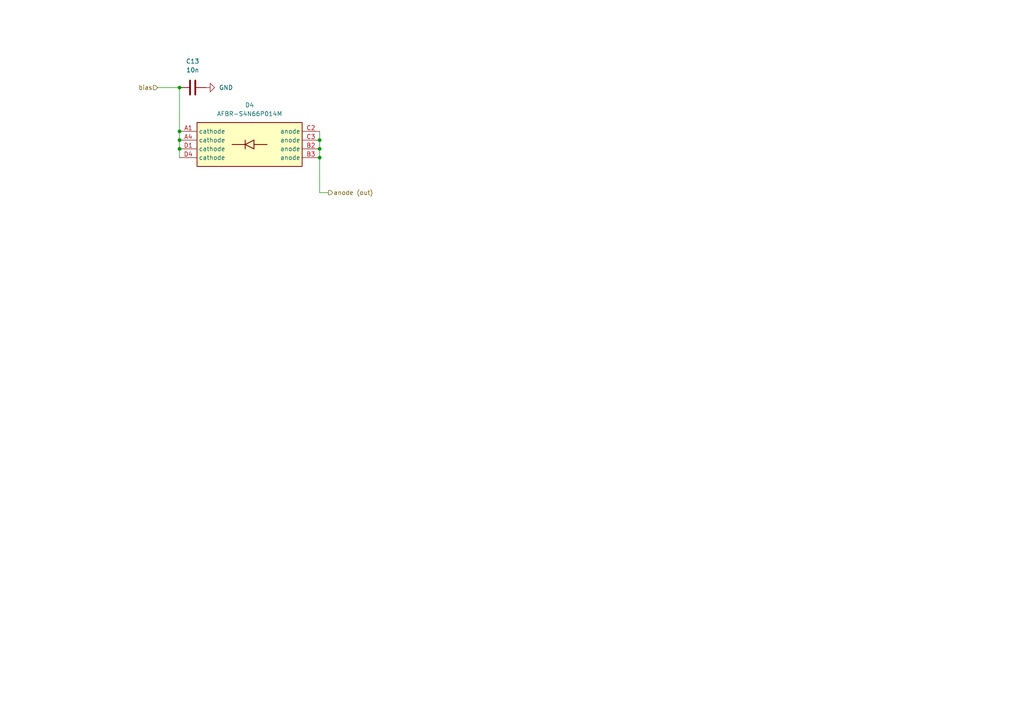
<source format=kicad_sch>
(kicad_sch (version 20250114) (generator "eeschema") (generator_version "9.0")
  (paper "A4")
  (lib_symbols
    (symbol "Device:C" (pin_numbers (hide yes)) (pin_names (offset 0.254))
      (property "Reference" "C" (at 0.635 2.54 0))
      (property "Value" "C" (at 0.635 -2.54 0))
      (symbol "C_0_1"
        (polyline (pts (xy -2.032 0.762) (xy 2.032 0.762)) (stroke (width 0.508)))
        (polyline (pts (xy -2.032 -0.762) (xy 2.032 -0.762)) (stroke (width 0.508)))
      )
      (symbol "C_1_1"
        (pin passive line (at 0 3.81 270) (length 2.794) (name "~") (number "1"))
        (pin passive line (at 0 -3.81 90) (length 2.794) (name "~") (number "2"))
      )
    )
    (symbol "Library:AFBR-S4N66P014M"
      (property "Reference" "D" (at 36.83 7.62 0))
      (property "Value" "AFBR-S4N66P014M" (at 36.83 5.08 0))
      (symbol "AFBR-S4N66P014M_0_1"
        (polyline (pts (xy 19.05 -2.54) (xy 19.05 -5.08)) (stroke (width 0.254)))
        (polyline (pts (xy 21.59 -2.54) (xy 21.59 -5.08) (xy 19.05 -3.81) (xy 21.59 -2.54)) (stroke (width 0.254)))
      )
      (symbol "AFBR-S4N66P014M_1_1"
        (rectangle (start 5.08 2.54) (end 35.56 -10.16) (stroke (width 0.254)) (fill (type background)))
        (polyline (pts (xy 19.05 -3.81) (xy 15.24 -3.81)) (stroke (width 0.254)))
        (polyline (pts (xy 25.4 -3.81) (xy 21.59 -3.81)) (stroke (width 0.254)))
        (pin passive line (at 0 0 0) (length 5.08) (name "cathode") (number "A1"))
        (pin passive line (at 0 -2.54 0) (length 5.08) (name "cathode") (number "A4"))
        (pin passive line (at 0 -5.08 0) (length 5.08) (name "cathode") (number "D1"))
        (pin passive line (at 0 -7.62 0) (length 5.08) (name "cathode") (number "D4"))
        (pin passive line (at 40.64 0 180) (length 5.08) (name "anode") (number "C2"))
        (pin passive line (at 40.64 -2.54 180) (length 5.08) (name "anode") (number "C3"))
        (pin passive line (at 40.64 -5.08 180) (length 5.08) (name "anode") (number "B2"))
        (pin passive line (at 40.64 -7.62 180) (length 5.08) (name "anode") (number "B3"))
      )
    )
    (symbol "power:GND" (power) (pin_numbers (hide yes)) (pin_names (offset 0) (hide yes))
      (property "Value" "GND" (at 0 -3.81 0))
      (symbol "GND_0_1"
        (polyline (pts (xy 0 0) (xy 0 -1.27) (xy 1.27 -1.27) (xy 0 -2.54) (xy -1.27 -1.27) (xy 0 -1.27)))
      )
      (symbol "GND_1_1"
        (pin power_in line (at 0 0 270) (length 0) (name "~") (number "1"))
      )
    )
  )
  (junction (at 52.07 25.4))
  (junction (at 92.71 45.72))
  (junction (at 52.07 40.64))
  (junction (at 52.07 38.1))
  (junction (at 92.71 43.18))
  (junction (at 92.71 40.64))
  (junction (at 52.07 43.18))
  (wire (pts (xy 92.71 40.64) (xy 92.71 43.18)))
  (wire (pts (xy 52.07 40.64) (xy 52.07 43.18)))
  (wire (pts (xy 52.07 38.1) (xy 52.07 40.64)))
  (wire (pts (xy 52.07 43.18) (xy 52.07 45.72)))
  (wire (pts (xy 92.71 45.72) (xy 92.71 55.88)))
  (wire (pts (xy 92.71 55.88) (xy 95.25 55.88)))
  (wire (pts (xy 92.71 43.18) (xy 92.71 45.72)))
  (wire (pts (xy 45.72 25.4) (xy 52.07 25.4)))
  (wire (pts (xy 52.07 25.4) (xy 52.07 38.1)))
  (wire (pts (xy 92.71 38.1) (xy 92.71 40.64)))
  (hierarchical_label "bias" (shape input) (at 45.72 25.4 180))
  (hierarchical_label "anode (out)" (shape output) (at 95.25 55.88 0))
  (symbol (lib_id "Device:C") (at 55.88 25.4 90) (unit 1)
    (property "Reference" "C10" (at 55.88 17.78 90))
    (property "Value" "10n" (at 55.88 20.32 90))
    (property "Footprint" "Capacitor_SMD:C_0805_2012Metric_Pad1.18x1.45mm_HandSolder" (effects (hide yes)))
    (property "Description" "Unpolarized capacitor" (effects (hide yes)))
    (instances (project "10sipm-for-angled" (path "" (reference "C13") (unit 1)) (path "" (reference "C15") (unit 1)) (path "" (reference "C10") (unit 1)) (path "" (reference "C12") (unit 1)) (path "" (reference "C11") (unit 1)) (path "" (reference "C14") (unit 1)) (path "" (reference "C17") (unit 1)) (path "" (reference "C16") (unit 1)) (path "" (reference "C30") (unit 1)) (path "" (reference "C19") (unit 1)) (path "" (reference "C18") (unit 1))))
  )
  (symbol (lib_id "power:GND") (at 59.69 25.4 90) (unit 1)
    (property "Reference" "#PWR025" (effects (hide yes)))
    (property "Value" "GND" (at 63.5 25.3999 90) (effects (justify right)))
    (property "Description" "Power symbol creates a global label with name \"GND\" , ground" (effects (hide yes)))
    (instances (project "10sipm-for-angled" (path "" (reference "#PWR023") (unit 1)) (path "" (reference "#PWR027") (unit 1)) (path "" (reference "#PWR025") (unit 1)) (path "" (reference "#PWR021") (unit 1)) (path "" (reference "#PWR019") (unit 1)) (path "" (reference "#PWR0101") (unit 1)) (path "" (reference "#PWR031") (unit 1)) (path "" (reference "#PWR029") (unit 1)) (path "" (reference "#PWR036") (unit 1)) (path "" (reference "#PWR035") (unit 1)) (path "" (reference "#PWR033") (unit 1))))
  )
  (symbol (lib_id "Library:AFBR-S4N66P014M") (at 52.07 38.1 0) (unit 1)
    (property "Reference" "D1" (at 72.39 30.48 0))
    (property "Value" "AFBR-S4N66P014M" (at 72.39 33.02 0))
    (property "Footprint" "Library:AFBRS4N66P014M" (effects (hide yes)))
    (property "Datasheet" "https://docs.broadcom.com/doc/AFBR-S4N66P014M-NUV-MT-Silicon-Photomultiplier" (effects (hide yes)))
    (property "Description" "Photodiode 420nm Array - 8 Element" (effects (hide yes)))
    (property "Height" "1.23" (effects (hide yes)))
    (property "Mouser Part Number" "630-AFBR-S4N66P014M" (effects (hide yes)))
    (property "Mouser Price/Stock" "https://www.mouser.co.uk/ProductDetail/Broadcom-Avago/AFBR-S4N66P014M?qs=OcgtsXO%252B3gs5Z5K%252B7xDivg%3D%3D" (effects (hide yes)))
    (property "Manufacturer_Name" "Avago Technologies" (effects (hide yes)))
    (property "Manufacturer_Part_Number" "AFBR-S4N66P014M" (effects (hide yes)))
    (instances (project "" (path "" (reference "D4") (unit 1)) (path "" (reference "D6") (unit 1)) (path "" (reference "D1") (unit 1)) (path "" (reference "D3") (unit 1)) (path "" (reference "D2") (unit 1)) (path "" (reference "D5") (unit 1)) (path "" (reference "D8") (unit 1)) (path "" (reference "D7") (unit 1)) (path "" (reference "D11") (unit 1)) (path "" (reference "D10") (unit 1)) (path "" (reference "D9") (unit 1))))
  )
)
</source>
